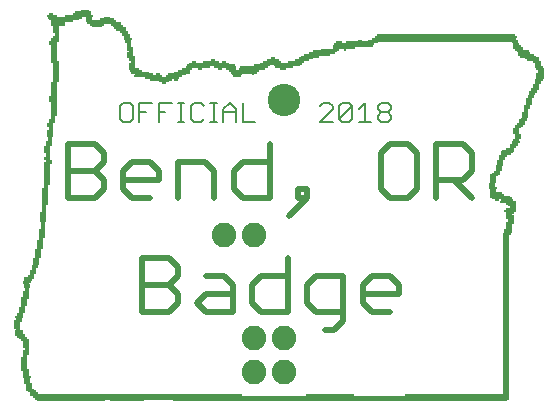
<source format=gts>
G04 EAGLE Gerber X2 export*
G75*
%MOMM*%
%FSLAX34Y34*%
%LPD*%
%AMOC8*
5,1,8,0,0,1.08239X$1,22.5*%
G01*
%ADD10C,0.152400*%
%ADD11C,0.508000*%
%ADD12C,2.743200*%
%ADD13R,5.850000X0.150000*%
%ADD14R,3.000000X0.150000*%
%ADD15R,28.350000X0.150000*%
%ADD16R,40.200000X0.150000*%
%ADD17R,40.350000X0.150000*%
%ADD18R,18.000000X0.150000*%
%ADD19R,4.050000X0.150000*%
%ADD20R,8.850000X0.150000*%
%ADD21R,0.750000X0.150000*%
%ADD22R,0.600000X0.150000*%
%ADD23R,0.450000X0.150000*%
%ADD24R,0.900000X0.150000*%
%ADD25R,1.050000X0.150000*%
%ADD26R,1.350000X0.150000*%
%ADD27R,0.300000X0.150000*%
%ADD28R,1.800000X0.150000*%
%ADD29R,1.200000X0.150000*%
%ADD30R,1.950000X0.150000*%
%ADD31R,2.400000X0.150000*%
%ADD32R,1.650000X0.150000*%
%ADD33R,0.150000X0.150000*%
%ADD34R,2.250000X0.150000*%
%ADD35R,2.550000X0.150000*%
%ADD36R,2.100000X0.150000*%
%ADD37R,1.500000X0.150000*%
%ADD38R,3.450000X0.150000*%
%ADD39R,3.600000X0.150000*%
%ADD40R,2.700000X0.150000*%
%ADD41R,12.750000X0.150000*%
%ADD42R,12.300000X0.150000*%
%ADD43R,12.000000X0.150000*%
%ADD44R,11.700000X0.150000*%
%ADD45C,2.082800*%


D10*
X110497Y264682D02*
X105074Y264682D01*
X102362Y261970D01*
X102362Y251124D01*
X105074Y248412D01*
X110497Y248412D01*
X113209Y251124D01*
X113209Y261970D01*
X110497Y264682D01*
X118734Y264682D02*
X118734Y248412D01*
X118734Y264682D02*
X129580Y264682D01*
X124157Y256547D02*
X118734Y256547D01*
X135105Y248412D02*
X135105Y264682D01*
X145952Y264682D01*
X140528Y256547D02*
X135105Y256547D01*
X151477Y248412D02*
X156900Y248412D01*
X154188Y248412D02*
X154188Y264682D01*
X151477Y264682D02*
X156900Y264682D01*
X170526Y264682D02*
X173238Y261970D01*
X170526Y264682D02*
X165103Y264682D01*
X162391Y261970D01*
X162391Y251124D01*
X165103Y248412D01*
X170526Y248412D01*
X173238Y251124D01*
X178763Y248412D02*
X184186Y248412D01*
X181474Y248412D02*
X181474Y264682D01*
X178763Y264682D02*
X184186Y264682D01*
X189677Y259259D02*
X189677Y248412D01*
X189677Y259259D02*
X195100Y264682D01*
X200524Y259259D01*
X200524Y248412D01*
X200524Y256547D02*
X189677Y256547D01*
X206049Y264682D02*
X206049Y248412D01*
X216895Y248412D01*
X271535Y248412D02*
X282381Y248412D01*
X271535Y248412D02*
X282381Y259259D01*
X282381Y261970D01*
X279670Y264682D01*
X274246Y264682D01*
X271535Y261970D01*
X287906Y261970D02*
X287906Y251124D01*
X287906Y261970D02*
X290618Y264682D01*
X296041Y264682D01*
X298753Y261970D01*
X298753Y251124D01*
X296041Y248412D01*
X290618Y248412D01*
X287906Y251124D01*
X298753Y261970D01*
X304278Y259259D02*
X309701Y264682D01*
X309701Y248412D01*
X304278Y248412D02*
X315125Y248412D01*
X320650Y261970D02*
X323361Y264682D01*
X328784Y264682D01*
X331496Y261970D01*
X331496Y259259D01*
X328784Y256547D01*
X331496Y253835D01*
X331496Y251124D01*
X328784Y248412D01*
X323361Y248412D01*
X320650Y251124D01*
X320650Y253835D01*
X323361Y256547D01*
X320650Y259259D01*
X320650Y261970D01*
X323361Y256547D02*
X328784Y256547D01*
D11*
X58182Y229909D02*
X58182Y184150D01*
X58182Y229909D02*
X81062Y229909D01*
X88688Y222283D01*
X88688Y214656D01*
X81062Y207030D01*
X88688Y199403D01*
X88688Y191777D01*
X81062Y184150D01*
X58182Y184150D01*
X58182Y207030D02*
X81062Y207030D01*
X112585Y184150D02*
X127838Y184150D01*
X112585Y184150D02*
X104958Y191777D01*
X104958Y207030D01*
X112585Y214656D01*
X127838Y214656D01*
X135464Y207030D01*
X135464Y199403D01*
X104958Y199403D01*
X151734Y184150D02*
X151734Y214656D01*
X174614Y214656D01*
X182240Y207030D01*
X182240Y184150D01*
X229016Y184150D02*
X229016Y229909D01*
X229016Y184150D02*
X206137Y184150D01*
X198510Y191777D01*
X198510Y207030D01*
X206137Y214656D01*
X229016Y214656D01*
X260539Y184150D02*
X245286Y168897D01*
X260539Y184150D02*
X260539Y191777D01*
X252912Y191777D01*
X252912Y184150D01*
X260539Y184150D01*
X330872Y229909D02*
X346125Y229909D01*
X330872Y229909D02*
X323246Y222283D01*
X323246Y191777D01*
X330872Y184150D01*
X346125Y184150D01*
X353752Y191777D01*
X353752Y222283D01*
X346125Y229909D01*
X370022Y229909D02*
X370022Y184150D01*
X370022Y229909D02*
X392901Y229909D01*
X400528Y222283D01*
X400528Y207030D01*
X392901Y199403D01*
X370022Y199403D01*
X385275Y199403D02*
X400528Y184150D01*
X120550Y133389D02*
X120550Y87630D01*
X120550Y133389D02*
X143430Y133389D01*
X151056Y125763D01*
X151056Y118136D01*
X143430Y110510D01*
X151056Y102883D01*
X151056Y95257D01*
X143430Y87630D01*
X120550Y87630D01*
X120550Y110510D02*
X143430Y110510D01*
X174953Y118136D02*
X190206Y118136D01*
X197832Y110510D01*
X197832Y87630D01*
X174953Y87630D01*
X167326Y95257D01*
X174953Y102883D01*
X197832Y102883D01*
X244608Y87630D02*
X244608Y133389D01*
X244608Y87630D02*
X221729Y87630D01*
X214102Y95257D01*
X214102Y110510D01*
X221729Y118136D01*
X244608Y118136D01*
X276131Y72377D02*
X283758Y72377D01*
X291384Y80004D01*
X291384Y118136D01*
X268504Y118136D01*
X260878Y110510D01*
X260878Y95257D01*
X268504Y87630D01*
X291384Y87630D01*
X315280Y87630D02*
X330533Y87630D01*
X315280Y87630D02*
X307654Y95257D01*
X307654Y110510D01*
X315280Y118136D01*
X330533Y118136D01*
X338160Y110510D01*
X338160Y102883D01*
X307654Y102883D01*
D12*
X241300Y266700D03*
D13*
X60700Y12700D03*
D14*
X107950Y12700D03*
D15*
X288700Y12700D03*
D16*
X230950Y14200D03*
D17*
X230200Y15700D03*
D18*
X115450Y17200D03*
D19*
X279700Y17200D03*
D20*
X387700Y17200D03*
D21*
X29200Y18700D03*
D22*
X428950Y18700D03*
D21*
X27700Y20200D03*
D22*
X428950Y20200D03*
D21*
X26200Y21700D03*
D22*
X428950Y21700D03*
X25450Y23200D03*
X428950Y23200D03*
X25450Y24700D03*
X428950Y24700D03*
X25450Y26200D03*
X428950Y26200D03*
X23950Y27700D03*
X428950Y27700D03*
X23950Y29200D03*
X428950Y29200D03*
X23950Y30700D03*
X428950Y30700D03*
D21*
X23200Y32200D03*
D22*
X428950Y32200D03*
X22450Y33700D03*
X428950Y33700D03*
X22450Y35200D03*
X428950Y35200D03*
X22450Y36700D03*
X428950Y36700D03*
D21*
X21700Y38200D03*
D22*
X428950Y38200D03*
X20950Y39700D03*
X428950Y39700D03*
X20950Y41200D03*
X428950Y41200D03*
X20950Y42700D03*
X428950Y42700D03*
X20950Y44200D03*
X428950Y44200D03*
X20950Y45700D03*
X428950Y45700D03*
X20950Y47200D03*
X428950Y47200D03*
X20950Y48700D03*
X428950Y48700D03*
D23*
X21700Y50200D03*
D22*
X428950Y50200D03*
X22450Y51700D03*
X428950Y51700D03*
X22450Y53200D03*
X428950Y53200D03*
X22450Y54700D03*
X428950Y54700D03*
D23*
X23200Y56200D03*
D22*
X428950Y56200D03*
X22450Y57700D03*
X428950Y57700D03*
X22450Y59200D03*
X428950Y59200D03*
X22450Y60700D03*
X428950Y60700D03*
X22450Y62200D03*
X428950Y62200D03*
D21*
X21700Y63700D03*
D22*
X428950Y63700D03*
D21*
X20200Y65200D03*
D22*
X428950Y65200D03*
D21*
X18700Y66700D03*
D22*
X428950Y66700D03*
D24*
X17950Y68200D03*
D22*
X428950Y68200D03*
D21*
X17200Y69700D03*
D22*
X428950Y69700D03*
D21*
X17200Y71200D03*
D22*
X428950Y71200D03*
D23*
X15700Y72700D03*
D22*
X428950Y72700D03*
X14950Y74200D03*
X428950Y74200D03*
X14950Y75700D03*
X428950Y75700D03*
X14950Y77200D03*
X428950Y77200D03*
X14950Y78700D03*
X428950Y78700D03*
D21*
X15700Y80200D03*
D22*
X428950Y80200D03*
X16450Y81700D03*
X428950Y81700D03*
D21*
X17200Y83200D03*
D22*
X428950Y83200D03*
X17950Y84700D03*
X428950Y84700D03*
X17950Y86200D03*
X428950Y86200D03*
X19450Y87700D03*
X428950Y87700D03*
X19450Y89200D03*
X428950Y89200D03*
X19450Y90700D03*
X428950Y90700D03*
D23*
X20200Y92200D03*
D22*
X428950Y92200D03*
X20950Y93700D03*
X428950Y93700D03*
X20950Y95200D03*
X428950Y95200D03*
X20950Y96700D03*
X428950Y96700D03*
X20950Y98200D03*
X428950Y98200D03*
D21*
X21700Y99700D03*
D22*
X428950Y99700D03*
X22450Y101200D03*
X428950Y101200D03*
X22450Y102700D03*
X428950Y102700D03*
X22450Y104200D03*
X428950Y104200D03*
D23*
X23200Y105700D03*
D22*
X428950Y105700D03*
D23*
X23200Y107200D03*
D22*
X428950Y107200D03*
X23950Y108700D03*
X428950Y108700D03*
X23950Y110200D03*
X428950Y110200D03*
X22450Y111700D03*
X428950Y111700D03*
D21*
X23200Y113200D03*
D22*
X428950Y113200D03*
D21*
X24700Y114700D03*
D22*
X428950Y114700D03*
D24*
X25450Y116200D03*
D22*
X428950Y116200D03*
X26950Y117700D03*
X428950Y117700D03*
D23*
X27700Y119200D03*
D22*
X428950Y119200D03*
X28450Y120700D03*
X428950Y120700D03*
X28450Y122200D03*
X428950Y122200D03*
D23*
X29200Y123700D03*
D22*
X428950Y123700D03*
X29950Y125200D03*
X428950Y125200D03*
X29950Y126700D03*
X428950Y126700D03*
X31450Y128200D03*
X428950Y128200D03*
X31450Y129700D03*
X428950Y129700D03*
X31450Y131200D03*
X428950Y131200D03*
X31450Y132700D03*
X428950Y132700D03*
X32950Y134200D03*
X428950Y134200D03*
X32950Y135700D03*
X428950Y135700D03*
X32950Y137200D03*
X428950Y137200D03*
X32950Y138700D03*
X428950Y138700D03*
X32950Y140200D03*
X428950Y140200D03*
X34450Y141700D03*
X428950Y141700D03*
X34450Y143200D03*
X428950Y143200D03*
X34450Y144700D03*
X428950Y144700D03*
X34450Y146200D03*
X428950Y146200D03*
X34450Y147700D03*
X428950Y147700D03*
D23*
X35200Y149200D03*
D22*
X428950Y149200D03*
X35950Y150700D03*
X428950Y150700D03*
X35950Y152200D03*
X428950Y152200D03*
X35950Y153700D03*
D21*
X429700Y153700D03*
D22*
X35950Y155200D03*
D21*
X431200Y155200D03*
D22*
X35950Y156700D03*
D21*
X431200Y156700D03*
D23*
X36700Y158200D03*
D22*
X431950Y158200D03*
D23*
X36700Y159700D03*
D22*
X431950Y159700D03*
D23*
X36700Y161200D03*
D22*
X431950Y161200D03*
D23*
X36700Y162700D03*
D21*
X432700Y162700D03*
D22*
X37450Y164200D03*
X433450Y164200D03*
X37450Y165700D03*
X433450Y165700D03*
X37450Y167200D03*
D21*
X432700Y167200D03*
D22*
X37450Y168700D03*
D21*
X432700Y168700D03*
D22*
X37450Y170200D03*
X431950Y170200D03*
X37450Y171700D03*
D21*
X432700Y171700D03*
D23*
X38200Y173200D03*
D25*
X432700Y173200D03*
D23*
X38200Y174700D03*
D24*
X433450Y174700D03*
D23*
X38200Y176200D03*
D22*
X434950Y176200D03*
D23*
X38200Y177700D03*
D21*
X434200Y177700D03*
D22*
X38950Y179200D03*
D24*
X433450Y179200D03*
D22*
X38950Y180700D03*
D26*
X431200Y180700D03*
D22*
X38950Y182200D03*
D27*
X421450Y182200D03*
D25*
X429700Y182200D03*
D22*
X38950Y183700D03*
D28*
X425950Y183700D03*
D22*
X38950Y185200D03*
D28*
X424450Y185200D03*
D22*
X38950Y186700D03*
D29*
X421450Y186700D03*
D22*
X38950Y188200D03*
D25*
X420700Y188200D03*
D22*
X38950Y189700D03*
X418450Y189700D03*
X38950Y191200D03*
X418450Y191200D03*
D23*
X39700Y192700D03*
D21*
X417700Y192700D03*
D23*
X39700Y194200D03*
D22*
X416950Y194200D03*
X40450Y195700D03*
X416950Y195700D03*
X40450Y197200D03*
X418450Y197200D03*
X40450Y198700D03*
X418450Y198700D03*
X40450Y200200D03*
X418450Y200200D03*
X40450Y201700D03*
X418450Y201700D03*
X40450Y203200D03*
D21*
X419200Y203200D03*
D22*
X40450Y204700D03*
D21*
X420700Y204700D03*
D22*
X40450Y206200D03*
X421450Y206200D03*
X40450Y207700D03*
X422950Y207700D03*
X40450Y209200D03*
X422950Y209200D03*
X40450Y210700D03*
X422950Y210700D03*
X40450Y212200D03*
X424450Y212200D03*
D21*
X41200Y213700D03*
D22*
X424450Y213700D03*
X41950Y215200D03*
X424450Y215200D03*
X40450Y216700D03*
X425950Y216700D03*
X40450Y218200D03*
X425950Y218200D03*
D23*
X41200Y219700D03*
D21*
X426700Y219700D03*
D23*
X41200Y221200D03*
D24*
X428950Y221200D03*
D22*
X40450Y222700D03*
D25*
X429700Y222700D03*
D22*
X40450Y224200D03*
D25*
X431200Y224200D03*
D22*
X40450Y225700D03*
D21*
X432700Y225700D03*
D22*
X40450Y227200D03*
X434950Y227200D03*
X41950Y228700D03*
D21*
X435700Y228700D03*
D22*
X41950Y230200D03*
X436450Y230200D03*
X41950Y231700D03*
D21*
X437200Y231700D03*
D23*
X42700Y233200D03*
D22*
X437950Y233200D03*
D23*
X42700Y234700D03*
D22*
X439450Y234700D03*
X43450Y236200D03*
X439450Y236200D03*
X43450Y237700D03*
X439450Y237700D03*
X43450Y239200D03*
X437950Y239200D03*
X43450Y240700D03*
X437950Y240700D03*
D23*
X44200Y242200D03*
D22*
X437950Y242200D03*
D23*
X44200Y243700D03*
D22*
X439450Y243700D03*
X43450Y245200D03*
D21*
X440200Y245200D03*
D22*
X43450Y246700D03*
D21*
X441700Y246700D03*
D22*
X44950Y248200D03*
X442450Y248200D03*
X44950Y249700D03*
D21*
X443200Y249700D03*
D23*
X45700Y251200D03*
D22*
X443950Y251200D03*
D23*
X45700Y252700D03*
D22*
X445450Y252700D03*
X46450Y254200D03*
X445450Y254200D03*
X46450Y255700D03*
X445450Y255700D03*
X46450Y257200D03*
D23*
X446200Y257200D03*
D22*
X46450Y258700D03*
D23*
X446200Y258700D03*
D22*
X46450Y260200D03*
X446950Y260200D03*
X46450Y261700D03*
X446950Y261700D03*
X46450Y263200D03*
X448450Y263200D03*
X46450Y264700D03*
X448450Y264700D03*
D21*
X45700Y266200D03*
D22*
X448450Y266200D03*
D21*
X45700Y267700D03*
D22*
X448450Y267700D03*
D21*
X45700Y269200D03*
D22*
X449950Y269200D03*
X46450Y270700D03*
X449950Y270700D03*
X46450Y272200D03*
X451450Y272200D03*
X46450Y273700D03*
D21*
X452200Y273700D03*
D22*
X46450Y275200D03*
X452950Y275200D03*
X46450Y276700D03*
D21*
X453700Y276700D03*
D22*
X46450Y278200D03*
X454450Y278200D03*
X46450Y279700D03*
X454450Y279700D03*
X46450Y281200D03*
D27*
X139450Y281200D03*
D22*
X455950Y281200D03*
X47950Y282700D03*
D24*
X139450Y282700D03*
D22*
X455950Y282700D03*
X47950Y284200D03*
D30*
X137200Y284200D03*
D27*
X149950Y284200D03*
D21*
X456700Y284200D03*
D22*
X47950Y285700D03*
D14*
X137950Y285700D03*
D21*
X458200Y285700D03*
D22*
X47950Y287200D03*
D31*
X125950Y287200D03*
D26*
X147700Y287200D03*
D21*
X201700Y287200D03*
X458200Y287200D03*
D22*
X47950Y288700D03*
D32*
X122200Y288700D03*
D23*
X134200Y288700D03*
D32*
X150700Y288700D03*
D24*
X200950Y288700D03*
D33*
X215200Y288700D03*
D21*
X458200Y288700D03*
D22*
X47950Y290200D03*
D32*
X119200Y290200D03*
D26*
X155200Y290200D03*
D34*
X207700Y290200D03*
D22*
X458950Y290200D03*
X47950Y291700D03*
D25*
X116200Y291700D03*
X156700Y291700D03*
D35*
X207700Y291700D03*
D22*
X458950Y291700D03*
X47950Y293200D03*
D24*
X113950Y293200D03*
X158950Y293200D03*
D23*
X170200Y293200D03*
X186700Y293200D03*
D24*
X196450Y293200D03*
D34*
X213700Y293200D03*
D22*
X239950Y293200D03*
D21*
X458200Y293200D03*
D22*
X47950Y294700D03*
X112450Y294700D03*
D36*
X167950Y294700D03*
D30*
X191200Y294700D03*
D31*
X215950Y294700D03*
D37*
X241450Y294700D03*
D21*
X456700Y294700D03*
D22*
X47950Y296200D03*
X112450Y296200D03*
D19*
X179200Y296200D03*
D26*
X222700Y296200D03*
D34*
X243700Y296200D03*
D22*
X455950Y296200D03*
X47950Y297700D03*
X112450Y297700D03*
D38*
X177700Y297700D03*
D39*
X238450Y297700D03*
D22*
X455950Y297700D03*
D21*
X47200Y299200D03*
D23*
X113200Y299200D03*
D27*
X164950Y299200D03*
D26*
X179200Y299200D03*
D27*
X190450Y299200D03*
D37*
X230950Y299200D03*
D26*
X251200Y299200D03*
D21*
X455200Y299200D03*
D22*
X46450Y300700D03*
X112450Y300700D03*
D23*
X180700Y300700D03*
D25*
X231700Y300700D03*
D29*
X256450Y300700D03*
D25*
X452200Y300700D03*
D22*
X46450Y302200D03*
X112450Y302200D03*
D23*
X231700Y302200D03*
D29*
X259450Y302200D03*
X451450Y302200D03*
D22*
X46450Y303700D03*
D21*
X111700Y303700D03*
D32*
X263200Y303700D03*
D26*
X447700Y303700D03*
D22*
X46450Y305200D03*
X110950Y305200D03*
D34*
X269200Y305200D03*
D26*
X446200Y305200D03*
D22*
X46450Y306700D03*
X110950Y306700D03*
D34*
X273700Y306700D03*
D25*
X444700Y306700D03*
D22*
X46450Y308200D03*
D23*
X111700Y308200D03*
D36*
X275950Y308200D03*
D25*
X443200Y308200D03*
D22*
X46450Y309700D03*
X110950Y309700D03*
D37*
X280450Y309700D03*
D33*
X293200Y309700D03*
D21*
X440200Y309700D03*
D22*
X46450Y311200D03*
X110950Y311200D03*
D30*
X291700Y311200D03*
D24*
X439450Y311200D03*
D22*
X46450Y312700D03*
D23*
X110200Y312700D03*
D38*
X299200Y312700D03*
D21*
X438700Y312700D03*
X45700Y314200D03*
D23*
X110200Y314200D03*
D38*
X300700Y314200D03*
D22*
X437950Y314200D03*
D21*
X45700Y315700D03*
D22*
X109450Y315700D03*
X287950Y315700D03*
D40*
X307450Y315700D03*
D22*
X436450Y315700D03*
D21*
X47200Y317200D03*
D22*
X109450Y317200D03*
D23*
X305200Y317200D03*
D41*
X375700Y317200D03*
D21*
X47200Y318700D03*
X108700Y318700D03*
D42*
X376450Y318700D03*
D22*
X47950Y320200D03*
X107950Y320200D03*
D43*
X377950Y320200D03*
D23*
X48700Y321700D03*
D21*
X107200Y321700D03*
D44*
X377950Y321700D03*
D23*
X48700Y323200D03*
D22*
X106450Y323200D03*
X47950Y324700D03*
D21*
X105700Y324700D03*
D22*
X47950Y326200D03*
D24*
X103450Y326200D03*
D22*
X47950Y327700D03*
D25*
X102700Y327700D03*
D22*
X47950Y329200D03*
D24*
X82450Y329200D03*
X100450Y329200D03*
D29*
X49450Y330700D03*
X82450Y330700D03*
D24*
X98950Y330700D03*
D29*
X49450Y332200D03*
D14*
X88450Y332200D03*
D30*
X53200Y333700D03*
D35*
X86200Y333700D03*
X54700Y335200D03*
D22*
X76450Y335200D03*
D29*
X91450Y335200D03*
D14*
X55450Y336700D03*
D22*
X76450Y336700D03*
X91450Y336700D03*
D24*
X44950Y338200D03*
D31*
X67450Y338200D03*
D23*
X44200Y339700D03*
D32*
X69700Y339700D03*
D26*
X71200Y341200D03*
D21*
X72700Y342700D03*
D45*
X215900Y65278D03*
X215900Y36322D03*
X241300Y65278D03*
X241300Y36322D03*
X190500Y152400D03*
X215900Y152400D03*
M02*

</source>
